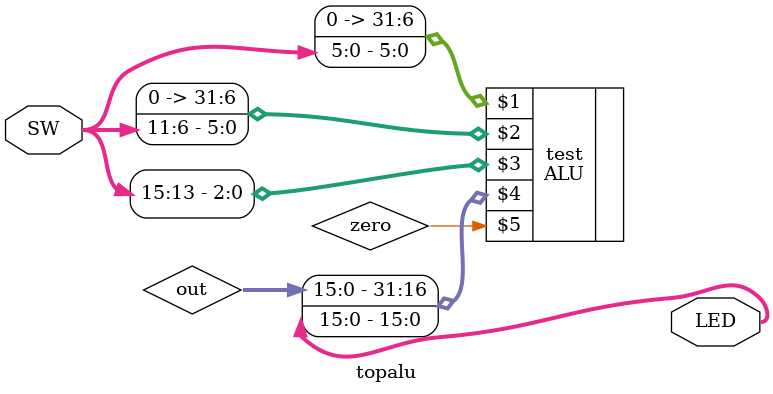
<source format=v>
`timescale 1ns / 1ps

module topalu(
	input [15:0] SW,
	output [15:0] LED);
	wire [15:0] out;
	wire zero;
	ALU test({26'b0, SW[5:0]}, {26'b0, SW[11:6]}, SW[15:13], {out, LED}, zero);
endmodule

</source>
